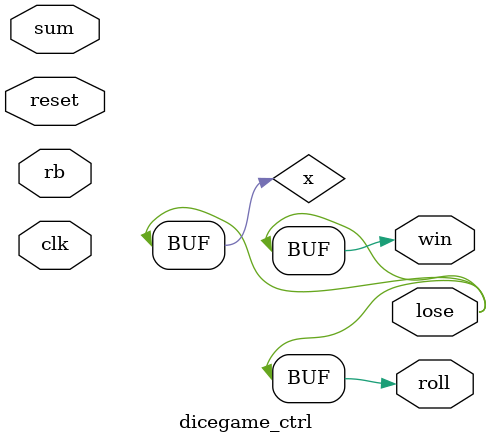
<source format=v>

module  dicegame_ctrl ( rb, reset, clk, sum, roll, win, lose );
    
     // check the width of all of these signals
     input rb;
     input reset;
     input clk;
     input [3:0] sum;
     output roll;
     output win;
     output lose;

     // to save the point from the roll after first roll
     reg[3:0]  point;

     reg[2:0] state, next_state;

     reg save_point; // set to 1 when the roll should be saved as the point

     // using parameters for state names improves readability and portability
     parameter S0 = 3'd0;  // starts a new game
     parameter SROLL1 = 3'd1;
     parameter SROLL2 = 3'd2;
     parameter SPOINT = 3'd3;
     parameter SWIN = 3'd4;
     parameter SLOSE = 3'd5;


    // next-state logic based on inputs and current state
    always @(*) // you can always do a combinatorial block with '*' only
    begin
        next_state = S0; // put a default so there is always some assignment
		save_point = 0; // this could be done with an assign, but it's easier here

	case(state)
	    S0: begin
	            if (rb)
			next_state = SROLL1;
	            else
			next_state = S0;
		end

	    SROLL1: begin
	            if (rb)
			next_state = SROLL1;
		    else if (sum==4'd7 | sum==4'd11)
			next_state = SWIN;
		    else if (sum==4'd2 | sum==4'd3 | sum==4'd12)
			next_state = SLOSE;
		    else 
		    begin
			next_state = SPOINT;
			save_point = 1;
		    end
		    end

	    SWIN: begin
					// Fill in next state logic
		   end

	    SLOSE: begin
	            // Fill in next state logic
		   end

	    SPOINT: begin
	            // Fill in next state logic
		end

	    SROLL2: begin
	            // Fill in next state logic
		    end

        endcase
    end





    // output control signals
	 // Fill in logic to base the outputs on current_state
	 // These outputs are functions of current state only
    assign roll = x;
    assign win = x;
    assign lose = x;



    // state vector registers
    always @(posedge clk ) 
    begin 
        if (reset)
	    state <= S0;
	 else
	    state <= next_state;
    end
        
	 
       
    // registers to store the point at the correct time
    always @(posedge clk ) 
    begin 
        if (save_point)
            point <= sum;
				
    end // always
           

endmodule

</source>
